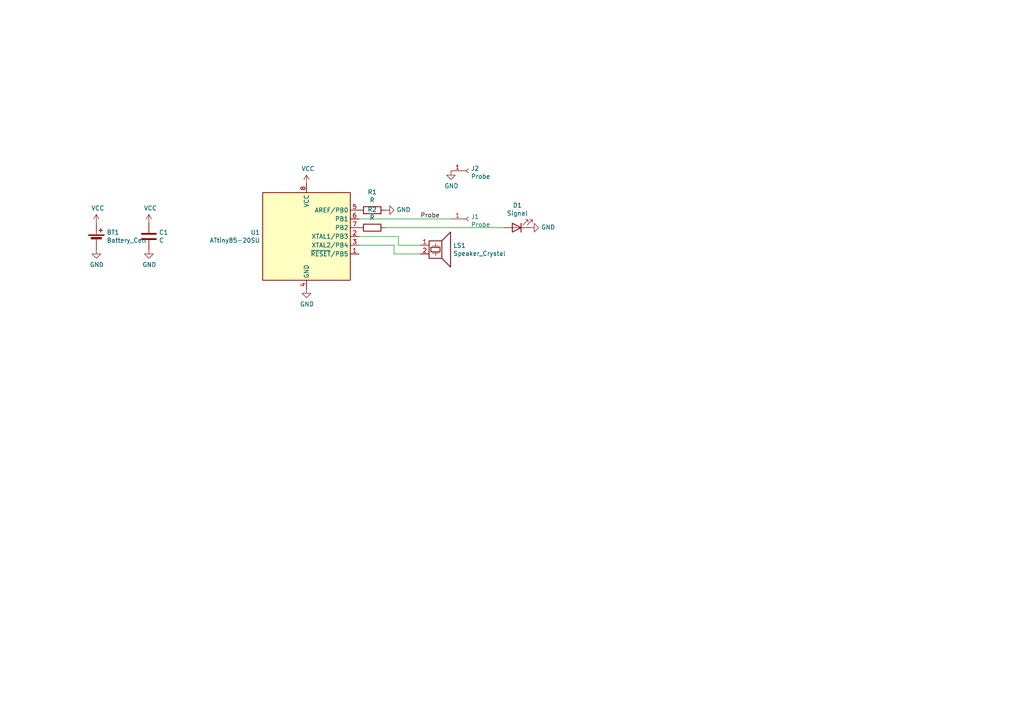
<source format=kicad_sch>
(kicad_sch (version 20250114) (generator "eeschema") (generator_version "9.0")
  (paper "A4")
  (lib_symbols
    (symbol "Connector:Conn_01x01_Female" (pin_names (offset 1.016) (hide yes))
      (property "Reference" "J" (at 0 2.54 0))
      (property "Value" "Connector_Conn_01x01_Female" (at 0 -2.54 0))
      (symbol "Conn_01x01_Female_1_1"
        (polyline (pts (xy -1.27 0) (xy -0.508 0)) (stroke (width 0.1524)))
        (arc (start 0 -0.508) (mid -0.508 0) (end 0 0.508) (stroke (width 0.1524)))
        (pin passive line (at -5.08 0 0) (length 3.81) (name "Pin_1") (number "1"))
      )
    )
    (symbol "Device:Battery_Cell" (pin_numbers (hide yes)) (pin_names (offset 0) (hide yes))
      (property "Reference" "BT" (at 2.54 2.54 0))
      (property "Value" "Battery_Cell" (at 2.54 0 0))
      (symbol "Battery_Cell_0_1"
        (rectangle (start -2.286 1.778) (end 2.286 1.524) (fill (type outline)))
        (rectangle (start -1.524 1.016) (end 1.524 0.508) (fill (type outline)))
        (polyline (pts (xy 0 1.778) (xy 0 2.54)))
        (polyline (pts (xy 0 0.762) (xy 0 0)))
        (polyline (pts (xy 0.762 3.048) (xy 1.778 3.048)) (stroke (width 0.254)))
        (polyline (pts (xy 1.27 3.556) (xy 1.27 2.54)) (stroke (width 0.254)))
      )
      (symbol "Battery_Cell_1_1"
        (pin passive line (at 0 5.08 270) (length 2.54) (name "+") (number "1"))
        (pin passive line (at 0 -2.54 90) (length 2.54) (name "-") (number "2"))
      )
    )
    (symbol "Device:C" (pin_numbers (hide yes)) (pin_names (offset 0.254))
      (property "Reference" "C" (at 0.635 2.54 0))
      (property "Value" "C" (at 0.635 -2.54 0))
      (symbol "C_0_1"
        (polyline (pts (xy -2.032 0.762) (xy 2.032 0.762)) (stroke (width 0.508)))
        (polyline (pts (xy -2.032 -0.762) (xy 2.032 -0.762)) (stroke (width 0.508)))
      )
      (symbol "C_1_1"
        (pin passive line (at 0 3.81 270) (length 2.794) (name "~") (number "1"))
        (pin passive line (at 0 -3.81 90) (length 2.794) (name "~") (number "2"))
      )
    )
    (symbol "Device:LED" (pin_numbers (hide yes)) (pin_names (offset 1.016) (hide yes))
      (property "Reference" "D" (at 0 2.54 0))
      (property "Value" "LED" (at 0 -2.54 0))
      (symbol "LED_0_1"
        (polyline (pts (xy -3.048 -0.762) (xy -4.572 -2.286) (xy -3.81 -2.286) (xy -4.572 -2.286) (xy -4.572 -1.524)))
        (polyline (pts (xy -1.778 -0.762) (xy -3.302 -2.286) (xy -2.54 -2.286) (xy -3.302 -2.286) (xy -3.302 -1.524)))
        (polyline (pts (xy -1.27 0) (xy 1.27 0)))
        (polyline (pts (xy -1.27 -1.27) (xy -1.27 1.27)) (stroke (width 0.254)))
        (polyline (pts (xy 1.27 -1.27) (xy 1.27 1.27) (xy -1.27 0) (xy 1.27 -1.27)) (stroke (width 0.254)))
      )
      (symbol "LED_1_1"
        (pin passive line (at -3.81 0 0) (length 2.54) (name "K") (number "1"))
        (pin passive line (at 3.81 0 180) (length 2.54) (name "A") (number "2"))
      )
    )
    (symbol "Device:R" (pin_numbers (hide yes)) (pin_names (offset 0))
      (property "Reference" "R" (at 2.032 0 90))
      (property "Value" "R" (at 0 0 90))
      (symbol "R_0_1"
        (rectangle (start -1.016 -2.54) (end 1.016 2.54) (stroke (width 0.254)))
      )
      (symbol "R_1_1"
        (pin passive line (at 0 3.81 270) (length 1.27) (name "~") (number "1"))
        (pin passive line (at 0 -3.81 90) (length 1.27) (name "~") (number "2"))
      )
    )
    (symbol "Device:Speaker_Crystal" (pin_names (offset 0) (hide yes))
      (property "Reference" "LS" (at 0.635 5.715 0))
      (property "Value" "Speaker_Crystal" (at 0.635 3.81 0))
      (symbol "Speaker_Crystal_0_0"
        (rectangle (start -2.54 1.27) (end 1.143 -3.81) (stroke (width 0.254)))
        (rectangle (start -2.032 -0.635) (end 0.635 -1.905) (stroke (width 0.254)))
        (polyline (pts (xy -1.651 -0.254) (xy 0.381 -0.254)))
        (polyline (pts (xy -1.651 -2.286) (xy 0.381 -2.286)))
        (polyline (pts (xy -0.635 -0.254) (xy -0.635 0.508)))
        (polyline (pts (xy -0.635 -2.286) (xy -0.635 -3.048)))
        (polyline (pts (xy 1.143 1.27) (xy 3.683 3.81) (xy 3.683 -6.35) (xy 1.143 -3.81)) (stroke (width 0.254)))
      )
      (symbol "Speaker_Crystal_1_1"
        (pin input line (at -5.08 0 0) (length 2.54) (name "1") (number "1"))
        (pin input line (at -5.08 -2.54 0) (length 2.54) (name "2") (number "2"))
      )
    )
    (symbol "MCU_Microchip_ATtiny:ATtiny85-20SU"
      (property "Reference" "U" (at -12.7 13.97 0))
      (property "Value" "MCU_Microchip_ATtiny_ATtiny85-20SU" (at 2.54 -13.97 0))
      (symbol "ATtiny85-20SU_0_1"
        (rectangle (start -12.7 -12.7) (end 12.7 12.7) (stroke (width 0.254)) (fill (type background)))
      )
      (symbol "ATtiny85-20SU_1_1"
        (pin power_in line (at 0 15.24 270) (length 2.54) (name "VCC") (number "8"))
        (pin power_in line (at 0 -15.24 90) (length 2.54) (name "GND") (number "4"))
        (pin tri_state line (at 15.24 7.62 180) (length 2.54) (name "AREF/PB0") (number "5"))
        (pin tri_state line (at 15.24 5.08 180) (length 2.54) (name "PB1") (number "6"))
        (pin tri_state line (at 15.24 2.54 180) (length 2.54) (name "PB2") (number "7"))
        (pin tri_state line (at 15.24 0 180) (length 2.54) (name "XTAL1/PB3") (number "2"))
        (pin tri_state line (at 15.24 -2.54 180) (length 2.54) (name "XTAL2/PB4") (number "3"))
        (pin tri_state line (at 15.24 -5.08 180) (length 2.54) (name "~{RESET}/PB5") (number "1"))
      )
    )
    (symbol "power:GND" (power) (pin_numbers (hide yes)) (pin_names (offset 0) (hide yes))
      (property "Value" "GND" (at 0 -3.81 0))
      (symbol "GND_0_1"
        (polyline (pts (xy 0 0) (xy 0 -1.27) (xy 1.27 -1.27) (xy 0 -2.54) (xy -1.27 -1.27) (xy 0 -1.27)))
      )
      (symbol "GND_1_1"
        (pin power_in line (at 0 0 270) (length 0) (name "~") (number "1"))
      )
    )
    (symbol "power:VCC" (power) (pin_numbers (hide yes)) (pin_names (offset 0) (hide yes))
      (property "Value" "VCC" (at 0 3.556 0))
      (symbol "VCC_0_1"
        (polyline (pts (xy -0.762 1.27) (xy 0 2.54)))
        (polyline (pts (xy 0 2.54) (xy 0.762 1.27)))
        (polyline (pts (xy 0 0) (xy 0 2.54)))
      )
      (symbol "VCC_1_1"
        (pin power_in line (at 0 0 90) (length 0) (name "~") (number "1"))
      )
    )
  )
  (wire (pts (xy 115.57 68.58) (xy 104.14 68.58)))
  (wire (pts (xy 104.14 63.5) (xy 130.81 63.5)))
  (wire (pts (xy 104.14 71.12) (xy 114.3 71.12)))
  (wire (pts (xy 114.3 73.66) (xy 121.92 73.66)))
  (wire (pts (xy 114.3 71.12) (xy 114.3 73.66)))
  (wire (pts (xy 121.92 71.12) (xy 115.57 71.12)))
  (wire (pts (xy 111.76 66.04) (xy 146.05 66.04)))
  (wire (pts (xy 115.57 71.12) (xy 115.57 68.58)))
  (label "Probe" (at 121.92 63.5 0))
  (symbol (lib_id "MCU_Microchip_ATtiny:ATtiny85-20SU") (at 88.9 68.58 0) (unit 1)
    (property "Reference" "U1" (at 75.438 67.4116 0) (effects (justify right)))
    (property "Value" "ATtiny85-20SU" (at 75.438 69.723 0) (effects (justify right)))
    (property "Footprint" "Package_SO:SSO-8_9.6x6.3mm_P1.27mm_Clearance10.5mm" (effects (hide yes)))
    (property "Datasheet" "http://ww1.microchip.com/downloads/en/DeviceDoc/atmel-2586-avr-8-bit-microcontroller-attiny25-attiny45-attiny85_datasheet.pdf" (effects (hide yes)))
  )
  (symbol (lib_id "Device:C") (at 43.18 68.58 0) (unit 1)
    (property "Reference" "C1" (at 46.101 67.4116 0) (effects (justify left)))
    (property "Value" "C" (at 46.101 69.723 0) (effects (justify left)))
    (property "Footprint" "Capacitor_SMD:C_1206_3216Metric_Pad1.42x1.75mm_HandSolder" (effects (hide yes)))
  )
  (symbol (lib_id "power:VCC") (at 88.9 53.34 0) (unit 1)
    (property "Reference" "#PWR05" (effects (hide yes)))
    (property "Value" "VCC" (at 89.3318 48.9458 0))
  )
  (symbol (lib_id "power:GND") (at 88.9 83.82 0) (unit 1)
    (property "Reference" "#PWR06" (effects (hide yes)))
    (property "Value" "GND" (at 89.027 88.2142 0))
  )
  (symbol (lib_id "power:VCC") (at 43.18 64.77 0) (unit 1)
    (property "Reference" "#PWR03" (effects (hide yes)))
    (property "Value" "VCC" (at 43.6118 60.3758 0))
  )
  (symbol (lib_id "power:GND") (at 43.18 72.39 0) (unit 1)
    (property "Reference" "#PWR04" (effects (hide yes)))
    (property "Value" "GND" (at 43.307 76.7842 0))
  )
  (symbol (lib_id "Device:Battery_Cell") (at 27.94 69.85 0) (unit 1)
    (property "Reference" "BT1" (at 30.9372 67.4116 0) (effects (justify left)))
    (property "Value" "Battery_Cell" (at 30.9372 69.723 0) (effects (justify left)))
    (property "Footprint" "solderpad_3:Battery 2032 DIY" (effects (hide yes)))
  )
  (symbol (lib_id "power:VCC") (at 27.94 64.77 0) (unit 1)
    (property "Reference" "#PWR01" (effects (hide yes)))
    (property "Value" "VCC" (at 28.3718 60.3758 0))
  )
  (symbol (lib_id "power:GND") (at 27.94 72.39 0) (unit 1)
    (property "Reference" "#PWR02" (effects (hide yes)))
    (property "Value" "GND" (at 28.067 76.7842 0))
  )
  (symbol (lib_id "Device:R") (at 107.95 60.96 270) (unit 1)
    (property "Reference" "R1" (at 107.95 55.7022 90))
    (property "Value" "R" (at 107.95 58.0136 90))
    (property "Footprint" "Resistor_SMD:R_1206_3216Metric_Pad1.42x1.75mm_HandSolder" (effects (hide yes)))
  )
  (symbol (lib_id "power:GND") (at 111.76 60.96 90) (unit 1)
    (property "Reference" "#PWR07" (effects (hide yes)))
    (property "Value" "GND" (at 115.0112 60.833 90) (effects (justify right)))
  )
  (symbol (lib_id "Connector:Conn_01x01_Female") (at 135.89 63.5 0) (unit 1)
    (property "Reference" "J1" (at 136.5758 62.8396 0) (effects (justify left)))
    (property "Value" "Probe" (at 136.5758 65.151 0) (effects (justify left)))
    (property "Footprint" "Connector:Banana_Jack_1Pin" (effects (hide yes)))
  )
  (symbol (lib_id "Device:R") (at 107.95 66.04 270) (unit 1)
    (property "Reference" "R2" (at 107.95 60.7822 90))
    (property "Value" "R" (at 107.95 63.0936 90))
    (property "Footprint" "Resistor_SMD:R_1206_3216Metric_Pad1.42x1.75mm_HandSolder" (effects (hide yes)))
  )
  (symbol (lib_id "Device:LED") (at 149.86 66.04 180) (unit 1)
    (property "Reference" "D1" (at 150.0632 59.563 0))
    (property "Value" "Signal" (at 150.0632 61.8744 0))
    (property "Footprint" "LED_SMD:LED_1206_3216Metric_Pad1.42x1.75mm_HandSolder" (effects (hide yes)))
  )
  (symbol (lib_id "power:GND") (at 153.67 66.04 90) (unit 1)
    (property "Reference" "#PWR08" (effects (hide yes)))
    (property "Value" "GND" (at 156.9212 65.913 90) (effects (justify right)))
  )
  (symbol (lib_id "Device:Speaker_Crystal") (at 127 71.12 0) (unit 1)
    (property "Reference" "LS1" (at 131.445 71.2216 0) (effects (justify left)))
    (property "Value" "Speaker_Crystal" (at 131.445 73.533 0) (effects (justify left)))
    (property "Footprint" "solderpad_3:piezo smd" (effects (hide yes)))
  )
  (symbol (lib_id "Connector:Conn_01x01_Female") (at 135.89 49.53 0) (unit 1)
    (property "Reference" "J2" (at 136.5758 48.8696 0) (effects (justify left)))
    (property "Value" "Probe" (at 136.5758 51.181 0) (effects (justify left)))
    (property "Footprint" "Connector:Banana_Jack_1Pin" (effects (hide yes)))
  )
  (symbol (lib_id "power:GND") (at 130.81 49.53 0) (unit 1)
    (property "Reference" "#PWR0101" (effects (hide yes)))
    (property "Value" "GND" (at 130.937 53.9242 0))
  )
)
</source>
